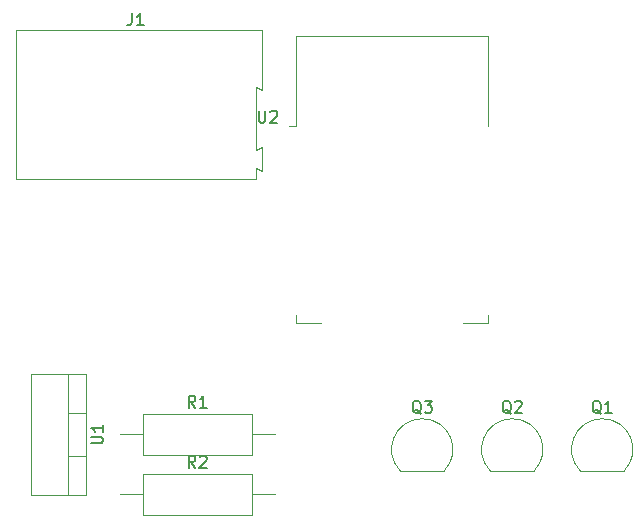
<source format=gbr>
%TF.GenerationSoftware,KiCad,Pcbnew,5.1.6*%
%TF.CreationDate,2020-11-23T13:40:36+00:00*%
%TF.ProjectId,LEDs,4c454473-2e6b-4696-9361-645f70636258,rev?*%
%TF.SameCoordinates,Original*%
%TF.FileFunction,Legend,Top*%
%TF.FilePolarity,Positive*%
%FSLAX46Y46*%
G04 Gerber Fmt 4.6, Leading zero omitted, Abs format (unit mm)*
G04 Created by KiCad (PCBNEW 5.1.6) date 2020-11-23 13:40:36*
%MOMM*%
%LPD*%
G01*
G04 APERTURE LIST*
%ADD10C,0.120000*%
%ADD11C,0.150000*%
G04 APERTURE END LIST*
D10*
%TO.C,U2*%
X153170000Y-70430000D02*
X169410000Y-70430000D01*
X169410000Y-70430000D02*
X169410000Y-78050000D01*
X169410000Y-94050000D02*
X169410000Y-94670000D01*
X169410000Y-94670000D02*
X167290000Y-94670000D01*
X155290000Y-94670000D02*
X153170000Y-94670000D01*
X153170000Y-94670000D02*
X153170000Y-94050000D01*
X153170000Y-78050000D02*
X153170000Y-70430000D01*
X153170000Y-78050000D02*
X152560000Y-78050000D01*
%TO.C,U1*%
X135350000Y-99020000D02*
X135350000Y-109260000D01*
X130709000Y-99020000D02*
X130709000Y-109260000D01*
X135350000Y-99020000D02*
X130709000Y-99020000D01*
X135350000Y-109260000D02*
X130709000Y-109260000D01*
X133840000Y-99020000D02*
X133840000Y-109260000D01*
X135350000Y-102290000D02*
X133840000Y-102290000D01*
X135350000Y-105991000D02*
X133840000Y-105991000D01*
%TO.C,R2*%
X140160000Y-107500000D02*
X140160000Y-110940000D01*
X140160000Y-110940000D02*
X149400000Y-110940000D01*
X149400000Y-110940000D02*
X149400000Y-107500000D01*
X149400000Y-107500000D02*
X140160000Y-107500000D01*
X138200000Y-109220000D02*
X140160000Y-109220000D01*
X151360000Y-109220000D02*
X149400000Y-109220000D01*
%TO.C,R1*%
X140160000Y-102420000D02*
X140160000Y-105860000D01*
X140160000Y-105860000D02*
X149400000Y-105860000D01*
X149400000Y-105860000D02*
X149400000Y-102420000D01*
X149400000Y-102420000D02*
X140160000Y-102420000D01*
X138200000Y-104140000D02*
X140160000Y-104140000D01*
X151360000Y-104140000D02*
X149400000Y-104140000D01*
%TO.C,Q3*%
X165668478Y-107248478D02*
G75*
G03*
X163830000Y-102810000I-1838478J1838478D01*
G01*
X161991522Y-107248478D02*
G75*
G02*
X163830000Y-102810000I1838478J1838478D01*
G01*
X162030000Y-107260000D02*
X165630000Y-107260000D01*
%TO.C,Q2*%
X173288478Y-107248478D02*
G75*
G03*
X171450000Y-102810000I-1838478J1838478D01*
G01*
X169611522Y-107248478D02*
G75*
G02*
X171450000Y-102810000I1838478J1838478D01*
G01*
X169650000Y-107260000D02*
X173250000Y-107260000D01*
%TO.C,Q1*%
X180908478Y-107248478D02*
G75*
G03*
X179070000Y-102810000I-1838478J1838478D01*
G01*
X177231522Y-107248478D02*
G75*
G02*
X179070000Y-102810000I1838478J1838478D01*
G01*
X177270000Y-107260000D02*
X180870000Y-107260000D01*
%TO.C,J1*%
X129430000Y-69900000D02*
X150230000Y-69900000D01*
X150230000Y-69900000D02*
X150230000Y-74950000D01*
X150230000Y-74950000D02*
X149730000Y-74700000D01*
X149730000Y-74700000D02*
X149730000Y-80100000D01*
X149730000Y-80100000D02*
X150280000Y-79800000D01*
X150280000Y-79800000D02*
X150280000Y-81850000D01*
X150280000Y-81850000D02*
X149730000Y-81550000D01*
X149730000Y-81550000D02*
X149730000Y-82500000D01*
X149730000Y-82500000D02*
X129430000Y-82500000D01*
X129430000Y-82500000D02*
X129430000Y-69900000D01*
%TO.C,U2*%
D11*
X149968095Y-76742380D02*
X149968095Y-77551904D01*
X150015714Y-77647142D01*
X150063333Y-77694761D01*
X150158571Y-77742380D01*
X150349047Y-77742380D01*
X150444285Y-77694761D01*
X150491904Y-77647142D01*
X150539523Y-77551904D01*
X150539523Y-76742380D01*
X150968095Y-76837619D02*
X151015714Y-76790000D01*
X151110952Y-76742380D01*
X151349047Y-76742380D01*
X151444285Y-76790000D01*
X151491904Y-76837619D01*
X151539523Y-76932857D01*
X151539523Y-77028095D01*
X151491904Y-77170952D01*
X150920476Y-77742380D01*
X151539523Y-77742380D01*
%TO.C,U1*%
X135802380Y-104901904D02*
X136611904Y-104901904D01*
X136707142Y-104854285D01*
X136754761Y-104806666D01*
X136802380Y-104711428D01*
X136802380Y-104520952D01*
X136754761Y-104425714D01*
X136707142Y-104378095D01*
X136611904Y-104330476D01*
X135802380Y-104330476D01*
X136802380Y-103330476D02*
X136802380Y-103901904D01*
X136802380Y-103616190D02*
X135802380Y-103616190D01*
X135945238Y-103711428D01*
X136040476Y-103806666D01*
X136088095Y-103901904D01*
%TO.C,R2*%
X144613333Y-106952380D02*
X144280000Y-106476190D01*
X144041904Y-106952380D02*
X144041904Y-105952380D01*
X144422857Y-105952380D01*
X144518095Y-106000000D01*
X144565714Y-106047619D01*
X144613333Y-106142857D01*
X144613333Y-106285714D01*
X144565714Y-106380952D01*
X144518095Y-106428571D01*
X144422857Y-106476190D01*
X144041904Y-106476190D01*
X144994285Y-106047619D02*
X145041904Y-106000000D01*
X145137142Y-105952380D01*
X145375238Y-105952380D01*
X145470476Y-106000000D01*
X145518095Y-106047619D01*
X145565714Y-106142857D01*
X145565714Y-106238095D01*
X145518095Y-106380952D01*
X144946666Y-106952380D01*
X145565714Y-106952380D01*
%TO.C,R1*%
X144613333Y-101872380D02*
X144280000Y-101396190D01*
X144041904Y-101872380D02*
X144041904Y-100872380D01*
X144422857Y-100872380D01*
X144518095Y-100920000D01*
X144565714Y-100967619D01*
X144613333Y-101062857D01*
X144613333Y-101205714D01*
X144565714Y-101300952D01*
X144518095Y-101348571D01*
X144422857Y-101396190D01*
X144041904Y-101396190D01*
X145565714Y-101872380D02*
X144994285Y-101872380D01*
X145280000Y-101872380D02*
X145280000Y-100872380D01*
X145184761Y-101015238D01*
X145089523Y-101110476D01*
X144994285Y-101158095D01*
%TO.C,Q3*%
X163734761Y-102397619D02*
X163639523Y-102350000D01*
X163544285Y-102254761D01*
X163401428Y-102111904D01*
X163306190Y-102064285D01*
X163210952Y-102064285D01*
X163258571Y-102302380D02*
X163163333Y-102254761D01*
X163068095Y-102159523D01*
X163020476Y-101969047D01*
X163020476Y-101635714D01*
X163068095Y-101445238D01*
X163163333Y-101350000D01*
X163258571Y-101302380D01*
X163449047Y-101302380D01*
X163544285Y-101350000D01*
X163639523Y-101445238D01*
X163687142Y-101635714D01*
X163687142Y-101969047D01*
X163639523Y-102159523D01*
X163544285Y-102254761D01*
X163449047Y-102302380D01*
X163258571Y-102302380D01*
X164020476Y-101302380D02*
X164639523Y-101302380D01*
X164306190Y-101683333D01*
X164449047Y-101683333D01*
X164544285Y-101730952D01*
X164591904Y-101778571D01*
X164639523Y-101873809D01*
X164639523Y-102111904D01*
X164591904Y-102207142D01*
X164544285Y-102254761D01*
X164449047Y-102302380D01*
X164163333Y-102302380D01*
X164068095Y-102254761D01*
X164020476Y-102207142D01*
%TO.C,Q2*%
X171354761Y-102397619D02*
X171259523Y-102350000D01*
X171164285Y-102254761D01*
X171021428Y-102111904D01*
X170926190Y-102064285D01*
X170830952Y-102064285D01*
X170878571Y-102302380D02*
X170783333Y-102254761D01*
X170688095Y-102159523D01*
X170640476Y-101969047D01*
X170640476Y-101635714D01*
X170688095Y-101445238D01*
X170783333Y-101350000D01*
X170878571Y-101302380D01*
X171069047Y-101302380D01*
X171164285Y-101350000D01*
X171259523Y-101445238D01*
X171307142Y-101635714D01*
X171307142Y-101969047D01*
X171259523Y-102159523D01*
X171164285Y-102254761D01*
X171069047Y-102302380D01*
X170878571Y-102302380D01*
X171688095Y-101397619D02*
X171735714Y-101350000D01*
X171830952Y-101302380D01*
X172069047Y-101302380D01*
X172164285Y-101350000D01*
X172211904Y-101397619D01*
X172259523Y-101492857D01*
X172259523Y-101588095D01*
X172211904Y-101730952D01*
X171640476Y-102302380D01*
X172259523Y-102302380D01*
%TO.C,Q1*%
X178974761Y-102397619D02*
X178879523Y-102350000D01*
X178784285Y-102254761D01*
X178641428Y-102111904D01*
X178546190Y-102064285D01*
X178450952Y-102064285D01*
X178498571Y-102302380D02*
X178403333Y-102254761D01*
X178308095Y-102159523D01*
X178260476Y-101969047D01*
X178260476Y-101635714D01*
X178308095Y-101445238D01*
X178403333Y-101350000D01*
X178498571Y-101302380D01*
X178689047Y-101302380D01*
X178784285Y-101350000D01*
X178879523Y-101445238D01*
X178927142Y-101635714D01*
X178927142Y-101969047D01*
X178879523Y-102159523D01*
X178784285Y-102254761D01*
X178689047Y-102302380D01*
X178498571Y-102302380D01*
X179879523Y-102302380D02*
X179308095Y-102302380D01*
X179593809Y-102302380D02*
X179593809Y-101302380D01*
X179498571Y-101445238D01*
X179403333Y-101540476D01*
X179308095Y-101588095D01*
%TO.C,J1*%
X139246666Y-68502380D02*
X139246666Y-69216666D01*
X139199047Y-69359523D01*
X139103809Y-69454761D01*
X138960952Y-69502380D01*
X138865714Y-69502380D01*
X140246666Y-69502380D02*
X139675238Y-69502380D01*
X139960952Y-69502380D02*
X139960952Y-68502380D01*
X139865714Y-68645238D01*
X139770476Y-68740476D01*
X139675238Y-68788095D01*
%TD*%
M02*

</source>
